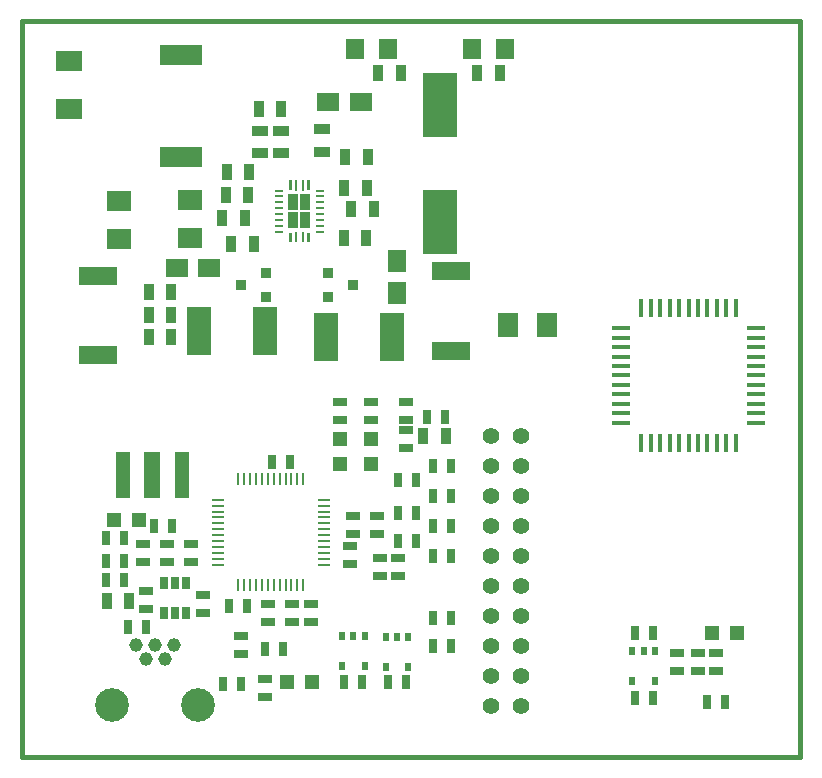
<source format=gtp>
G04 (created by PCBNEW-RS274X (2010-03-14)-final) date lun 07 nov 2011 20:25:05 ART*
G01*
G70*
G90*
%MOIN*%
G04 Gerber Fmt 3.4, Leading zero omitted, Abs format*
%FSLAX34Y34*%
G04 APERTURE LIST*
%ADD10C,0.000100*%
%ADD11C,0.015000*%
%ADD12R,0.060000X0.016000*%
%ADD13R,0.016000X0.060000*%
%ADD14R,0.020000X0.030000*%
%ADD15R,0.025000X0.045000*%
%ADD16R,0.045000X0.025000*%
%ADD17R,0.047200X0.047200*%
%ADD18C,0.045300*%
%ADD19C,0.112200*%
%ADD20R,0.007800X0.039300*%
%ADD21R,0.039300X0.007800*%
%ADD22C,0.056000*%
%ADD23R,0.035000X0.055000*%
%ADD24R,0.027600X0.039400*%
%ADD25R,0.047200X0.157400*%
%ADD26R,0.055100X0.157400*%
%ADD27R,0.085000X0.070000*%
%ADD28R,0.126000X0.060000*%
%ADD29R,0.062900X0.070900*%
%ADD30R,0.076700X0.059000*%
%ADD31R,0.059000X0.076700*%
%ADD32R,0.084600X0.070800*%
%ADD33R,0.070800X0.084600*%
%ADD34R,0.141700X0.070800*%
%ADD35R,0.114100X0.212500*%
%ADD36R,0.009100X0.035400*%
%ADD37R,0.031500X0.009100*%
%ADD38R,0.032300X0.052000*%
%ADD39R,0.009100X0.028500*%
%ADD40R,0.055000X0.035000*%
%ADD41R,0.080000X0.160000*%
%ADD42R,0.036000X0.036000*%
G04 APERTURE END LIST*
G54D10*
G54D11*
X33250Y-11250D02*
X33250Y-11450D01*
X59200Y-11250D02*
X33250Y-11250D01*
X59200Y-11800D02*
X59200Y-11250D01*
X59200Y-35800D02*
X59200Y-11800D01*
X33250Y-35800D02*
X59200Y-35800D01*
X33250Y-11350D02*
X33250Y-35800D01*
G54D12*
X57725Y-23075D03*
X57725Y-22760D03*
X57725Y-22445D03*
X57725Y-22130D03*
X57725Y-21815D03*
X57725Y-21500D03*
X57725Y-23390D03*
X57725Y-23705D03*
X57725Y-24020D03*
X57725Y-24335D03*
X57725Y-24650D03*
X53225Y-23075D03*
X53225Y-22760D03*
X53225Y-22445D03*
X53225Y-22130D03*
X53225Y-21815D03*
X53225Y-21500D03*
X53225Y-23390D03*
X53225Y-23705D03*
X53225Y-24020D03*
X53225Y-24335D03*
X53225Y-24650D03*
G54D13*
X55475Y-20825D03*
X55475Y-25325D03*
X55160Y-20825D03*
X55160Y-25325D03*
X54845Y-25325D03*
X54845Y-20825D03*
X54530Y-20825D03*
X54530Y-25325D03*
X54215Y-25325D03*
X54215Y-20825D03*
X53900Y-20825D03*
X53900Y-25325D03*
X55790Y-25325D03*
X55790Y-20825D03*
X56105Y-20825D03*
X56105Y-25325D03*
X56420Y-25325D03*
X56420Y-20825D03*
X56735Y-20825D03*
X56735Y-25325D03*
X57050Y-25325D03*
X57050Y-20825D03*
G54D14*
X54350Y-32275D03*
X53600Y-32275D03*
X54350Y-33275D03*
X53975Y-32275D03*
X53600Y-33275D03*
G54D15*
X54275Y-31675D03*
X53675Y-31675D03*
X54275Y-33825D03*
X53675Y-33825D03*
G54D16*
X55075Y-32925D03*
X55075Y-32325D03*
X56375Y-32925D03*
X56375Y-32325D03*
X55775Y-32325D03*
X55775Y-32925D03*
G54D15*
X56675Y-33975D03*
X56075Y-33975D03*
G54D17*
X57088Y-31675D03*
X56262Y-31675D03*
G54D18*
X37700Y-32043D03*
X37386Y-32515D03*
X38329Y-32043D03*
X38014Y-32515D03*
G54D19*
X39137Y-34050D03*
X36263Y-34050D03*
G54D18*
X37071Y-32043D03*
G54D20*
X40468Y-30071D03*
X40665Y-30071D03*
X40862Y-30071D03*
X41058Y-30071D03*
X41255Y-30071D03*
X41452Y-30071D03*
X41648Y-30071D03*
X41845Y-30071D03*
X42042Y-30071D03*
X42238Y-30071D03*
X42435Y-30071D03*
X42632Y-30071D03*
G54D21*
X43321Y-29382D03*
X43321Y-29185D03*
X43321Y-28988D03*
X43321Y-28792D03*
X43321Y-28595D03*
X43321Y-28398D03*
X43321Y-28202D03*
X43321Y-28005D03*
X43321Y-27808D03*
X43321Y-27612D03*
X43321Y-27415D03*
X43321Y-27218D03*
G54D20*
X42632Y-26529D03*
X42435Y-26529D03*
X42238Y-26529D03*
X42042Y-26529D03*
X41845Y-26529D03*
X41648Y-26529D03*
X41452Y-26529D03*
X41255Y-26529D03*
X41058Y-26529D03*
X40862Y-26529D03*
X40665Y-26529D03*
X40468Y-26529D03*
G54D21*
X39779Y-27218D03*
X39779Y-27415D03*
X39779Y-27612D03*
X39779Y-27808D03*
X39779Y-28005D03*
X39779Y-28202D03*
X39779Y-28398D03*
X39779Y-28595D03*
X39779Y-28792D03*
X39779Y-28988D03*
X39779Y-29185D03*
X39779Y-29382D03*
G54D17*
X42087Y-33300D03*
X42913Y-33300D03*
X44900Y-25187D03*
X44900Y-26013D03*
X43850Y-25187D03*
X43850Y-26013D03*
X36337Y-27900D03*
X37163Y-27900D03*
G54D22*
X48900Y-25100D03*
X49900Y-25100D03*
X48900Y-26100D03*
X49900Y-26100D03*
X48900Y-27100D03*
X49900Y-27100D03*
X48900Y-28100D03*
X49900Y-28100D03*
X48900Y-29100D03*
X49900Y-29100D03*
X48900Y-30100D03*
X49900Y-30100D03*
X48900Y-31100D03*
X49900Y-31100D03*
X48900Y-32100D03*
X49900Y-32100D03*
X48900Y-33100D03*
X49900Y-33100D03*
X48900Y-34100D03*
X49900Y-34100D03*
G54D15*
X46400Y-28600D03*
X45800Y-28600D03*
X46400Y-27650D03*
X45800Y-27650D03*
X46400Y-26550D03*
X45800Y-26550D03*
G54D16*
X45200Y-29150D03*
X45200Y-29750D03*
X42250Y-30700D03*
X42250Y-31300D03*
X45800Y-29750D03*
X45800Y-29150D03*
X45100Y-28350D03*
X45100Y-27750D03*
X44200Y-28750D03*
X44200Y-29350D03*
X44300Y-28350D03*
X44300Y-27750D03*
G54D15*
X38250Y-28100D03*
X37650Y-28100D03*
G54D16*
X40550Y-31750D03*
X40550Y-32350D03*
G54D15*
X41950Y-32200D03*
X41350Y-32200D03*
X40550Y-33350D03*
X39950Y-33350D03*
G54D16*
X43850Y-23950D03*
X43850Y-24550D03*
X44900Y-23950D03*
X44900Y-24550D03*
X41350Y-33800D03*
X41350Y-33200D03*
G54D15*
X36650Y-28500D03*
X36050Y-28500D03*
G54D16*
X39300Y-31000D03*
X39300Y-30400D03*
G54D15*
X40750Y-30750D03*
X40150Y-30750D03*
X45450Y-33300D03*
X46050Y-33300D03*
X44600Y-33300D03*
X44000Y-33300D03*
X47550Y-26100D03*
X46950Y-26100D03*
X47550Y-27100D03*
X46950Y-27100D03*
X47550Y-28100D03*
X46950Y-28100D03*
X47550Y-29100D03*
X46950Y-29100D03*
X47550Y-31150D03*
X46950Y-31150D03*
X47550Y-32100D03*
X46950Y-32100D03*
G54D16*
X42900Y-30700D03*
X42900Y-31300D03*
G54D15*
X41600Y-25950D03*
X42200Y-25950D03*
G54D16*
X38900Y-28700D03*
X38900Y-29300D03*
X37300Y-28700D03*
X37300Y-29300D03*
X41450Y-30700D03*
X41450Y-31300D03*
X38100Y-28700D03*
X38100Y-29300D03*
X37400Y-30250D03*
X37400Y-30850D03*
G54D15*
X36050Y-29250D03*
X36650Y-29250D03*
G54D16*
X46050Y-23950D03*
X46050Y-24550D03*
G54D15*
X36050Y-29900D03*
X36650Y-29900D03*
G54D16*
X46050Y-25500D03*
X46050Y-24900D03*
G54D15*
X36800Y-31450D03*
X37400Y-31450D03*
X47350Y-24450D03*
X46750Y-24450D03*
G54D23*
X36075Y-30600D03*
X36825Y-30600D03*
X47375Y-25100D03*
X46625Y-25100D03*
G54D14*
X44675Y-31750D03*
X43925Y-31750D03*
X44675Y-32750D03*
X44300Y-31750D03*
X43925Y-32750D03*
X46125Y-31800D03*
X45375Y-31800D03*
X46125Y-32800D03*
X45750Y-31800D03*
X45375Y-32800D03*
G54D24*
X37975Y-30000D03*
X38350Y-30000D03*
X38725Y-30000D03*
X38725Y-31000D03*
X38350Y-31000D03*
X37975Y-31000D03*
G54D25*
X38584Y-26400D03*
G54D26*
X37600Y-26400D03*
G54D25*
X36616Y-26400D03*
G54D27*
X34830Y-12600D03*
X34830Y-14200D03*
G54D28*
X47550Y-22250D03*
X47550Y-19593D03*
X35800Y-19750D03*
X35800Y-22407D03*
G54D29*
X49359Y-12200D03*
X48241Y-12200D03*
X45459Y-12200D03*
X44341Y-12200D03*
G54D30*
X44541Y-13950D03*
X43459Y-13950D03*
G54D31*
X45750Y-20341D03*
X45750Y-19259D03*
G54D30*
X39491Y-19500D03*
X38409Y-19500D03*
G54D32*
X36500Y-18539D03*
X36500Y-17261D03*
G54D33*
X50739Y-21400D03*
X49461Y-21400D03*
G54D32*
X38850Y-17211D03*
X38850Y-18489D03*
G54D34*
X38550Y-15800D03*
X38550Y-12400D03*
G54D35*
X47200Y-14052D03*
X47200Y-17948D03*
G54D36*
X42392Y-16744D03*
X42608Y-16744D03*
X42608Y-18456D03*
X42392Y-18456D03*
G54D10*
G36*
X42159Y-16883D02*
X42159Y-16569D01*
X42249Y-16569D01*
X42249Y-16883D01*
X42159Y-16883D01*
X42159Y-16883D01*
G37*
G36*
X42751Y-16883D02*
X42751Y-16569D01*
X42841Y-16569D01*
X42841Y-16883D01*
X42751Y-16883D01*
X42751Y-16883D01*
G37*
G36*
X42159Y-18631D02*
X42159Y-18317D01*
X42249Y-18317D01*
X42249Y-18631D01*
X42159Y-18631D01*
X42159Y-18631D01*
G37*
G36*
X42751Y-18631D02*
X42751Y-18317D01*
X42841Y-18317D01*
X42841Y-18631D01*
X42751Y-18631D01*
X42751Y-18631D01*
G37*
G54D37*
X43179Y-17895D03*
X43179Y-18092D03*
X43179Y-18289D03*
X43179Y-16911D03*
X43179Y-17108D03*
X43179Y-17305D03*
X43179Y-17502D03*
X43179Y-17698D03*
X41821Y-17698D03*
X41821Y-17502D03*
X41821Y-17305D03*
X41821Y-17108D03*
X41821Y-16911D03*
X41821Y-18092D03*
X41821Y-17895D03*
X41821Y-18289D03*
G54D38*
X42300Y-17900D03*
X42700Y-17900D03*
X42700Y-17300D03*
G54D39*
X42392Y-16700D03*
X42608Y-16700D03*
X42608Y-18500D03*
X42392Y-18500D03*
G54D38*
X42300Y-17300D03*
G54D23*
X45125Y-13000D03*
X45875Y-13000D03*
X38225Y-21050D03*
X37475Y-21050D03*
X37475Y-20300D03*
X38225Y-20300D03*
X41900Y-14200D03*
X41150Y-14200D03*
X48425Y-13000D03*
X49175Y-13000D03*
G54D40*
X41200Y-15675D03*
X41200Y-14925D03*
X41900Y-14925D03*
X41900Y-15675D03*
G54D23*
X40825Y-16300D03*
X40075Y-16300D03*
X40800Y-17075D03*
X40050Y-17075D03*
X44000Y-16825D03*
X44750Y-16825D03*
X37475Y-21800D03*
X38225Y-21800D03*
X44025Y-15800D03*
X44775Y-15800D03*
X40675Y-17825D03*
X39925Y-17825D03*
X44225Y-17525D03*
X44975Y-17525D03*
X43975Y-18500D03*
X44725Y-18500D03*
X40975Y-18700D03*
X40225Y-18700D03*
G54D40*
X43250Y-15625D03*
X43250Y-14875D03*
G54D41*
X39150Y-21600D03*
X41350Y-21600D03*
X45600Y-21800D03*
X43400Y-21800D03*
G54D42*
X41400Y-19650D03*
X41400Y-20450D03*
X40550Y-20050D03*
X43450Y-20450D03*
X43450Y-19650D03*
X44300Y-20050D03*
M02*

</source>
